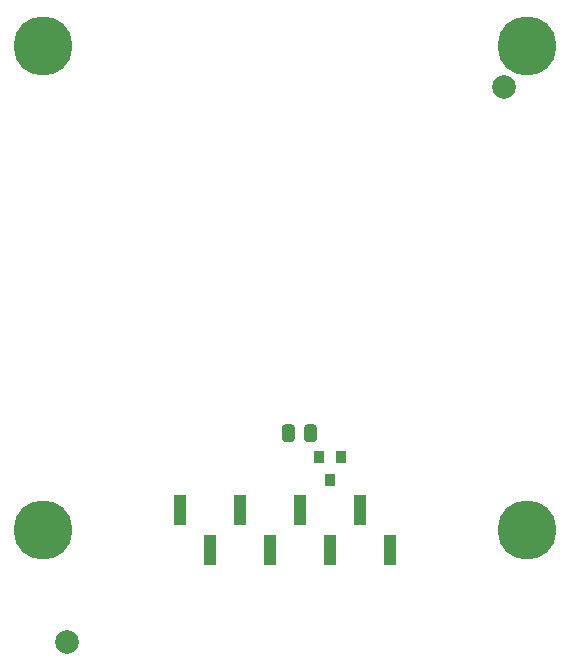
<source format=gbs>
%TF.GenerationSoftware,KiCad,Pcbnew,5.1.6-c6e7f7d~87~ubuntu20.04.1*%
%TF.CreationDate,2020-09-20T16:54:06+03:00*%
%TF.ProjectId,lcd_board,6c63645f-626f-4617-9264-2e6b69636164,rev?*%
%TF.SameCoordinates,Original*%
%TF.FileFunction,Soldermask,Bot*%
%TF.FilePolarity,Negative*%
%FSLAX46Y46*%
G04 Gerber Fmt 4.6, Leading zero omitted, Abs format (unit mm)*
G04 Created by KiCad (PCBNEW 5.1.6-c6e7f7d~87~ubuntu20.04.1) date 2020-09-20 16:54:06*
%MOMM*%
%LPD*%
G01*
G04 APERTURE LIST*
%ADD10C,5.000000*%
%ADD11C,2.000000*%
%ADD12R,1.100000X2.610000*%
%ADD13R,0.900000X1.000000*%
G04 APERTURE END LIST*
D10*
%TO.C,H2*%
X176000000Y-75000000D03*
%TD*%
%TO.C,H1*%
X135000000Y-75000000D03*
%TD*%
D11*
%TO.C,LCD1*%
X137000000Y-125500000D03*
X174000000Y-78500000D03*
%TD*%
D10*
%TO.C,H3*%
X176000000Y-116000000D03*
%TD*%
%TO.C,H4*%
X135000000Y-116000000D03*
%TD*%
D12*
%TO.C,J1*%
X146610000Y-114345000D03*
X151690000Y-114345000D03*
X156770000Y-114345000D03*
X161850000Y-114345000D03*
X149150000Y-117655000D03*
X154230000Y-117655000D03*
X159310000Y-117655000D03*
X164390000Y-117655000D03*
%TD*%
%TO.C,C1*%
G36*
G01*
X158175000Y-107318750D02*
X158175000Y-108281250D01*
G75*
G02*
X157906250Y-108550000I-268750J0D01*
G01*
X157368750Y-108550000D01*
G75*
G02*
X157100000Y-108281250I0J268750D01*
G01*
X157100000Y-107318750D01*
G75*
G02*
X157368750Y-107050000I268750J0D01*
G01*
X157906250Y-107050000D01*
G75*
G02*
X158175000Y-107318750I0J-268750D01*
G01*
G37*
G36*
G01*
X156300000Y-107318750D02*
X156300000Y-108281250D01*
G75*
G02*
X156031250Y-108550000I-268750J0D01*
G01*
X155493750Y-108550000D01*
G75*
G02*
X155225000Y-108281250I0J268750D01*
G01*
X155225000Y-107318750D01*
G75*
G02*
X155493750Y-107050000I268750J0D01*
G01*
X156031250Y-107050000D01*
G75*
G02*
X156300000Y-107318750I0J-268750D01*
G01*
G37*
%TD*%
D13*
%TO.C,Q1*%
X158350000Y-109800000D03*
X160250000Y-109800000D03*
X159300000Y-111800000D03*
%TD*%
M02*

</source>
